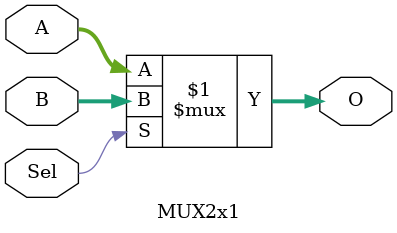
<source format=v>

module MUX2x1(input Sel, input [31:0] A, B, output [31:0] O);

    assign O = (Sel)? B:A;

endmodule

</source>
